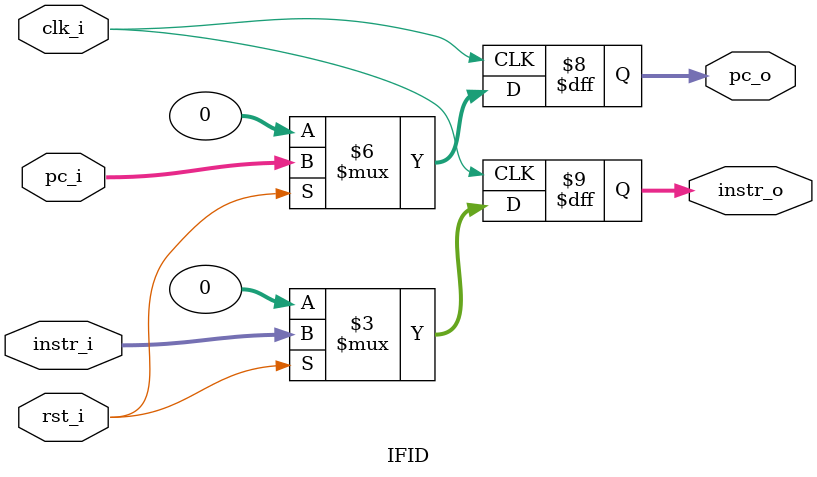
<source format=v>
`timescale 1ns / 1ps
module IFID(
	input clk_i,
	input rst_i,
	input [31:0] pc_i,
	input [31:0] instr_i,
	output reg [31:0] pc_o,
	output reg [31:0] instr_o
    );
always@(posedge clk_i)begin
	if (rst_i) begin
		pc_o=pc_i;
		instr_o=instr_i;
	end
	else begin
		pc_o=0;
		instr_o=0;
	end
end

endmodule

</source>
